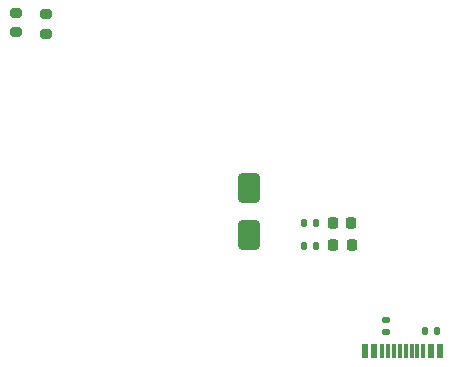
<source format=gbr>
%TF.GenerationSoftware,KiCad,Pcbnew,8.0.7-8.0.7-0~ubuntu22.04.1*%
%TF.CreationDate,2025-01-12T20:07:59+01:00*%
%TF.ProjectId,debug_can_usb,64656275-675f-4636-916e-5f7573622e6b,rev?*%
%TF.SameCoordinates,Original*%
%TF.FileFunction,Paste,Top*%
%TF.FilePolarity,Positive*%
%FSLAX46Y46*%
G04 Gerber Fmt 4.6, Leading zero omitted, Abs format (unit mm)*
G04 Created by KiCad (PCBNEW 8.0.7-8.0.7-0~ubuntu22.04.1) date 2025-01-12 20:07:59*
%MOMM*%
%LPD*%
G01*
G04 APERTURE LIST*
G04 Aperture macros list*
%AMRoundRect*
0 Rectangle with rounded corners*
0 $1 Rounding radius*
0 $2 $3 $4 $5 $6 $7 $8 $9 X,Y pos of 4 corners*
0 Add a 4 corners polygon primitive as box body*
4,1,4,$2,$3,$4,$5,$6,$7,$8,$9,$2,$3,0*
0 Add four circle primitives for the rounded corners*
1,1,$1+$1,$2,$3*
1,1,$1+$1,$4,$5*
1,1,$1+$1,$6,$7*
1,1,$1+$1,$8,$9*
0 Add four rect primitives between the rounded corners*
20,1,$1+$1,$2,$3,$4,$5,0*
20,1,$1+$1,$4,$5,$6,$7,0*
20,1,$1+$1,$6,$7,$8,$9,0*
20,1,$1+$1,$8,$9,$2,$3,0*%
G04 Aperture macros list end*
%ADD10RoundRect,0.200000X-0.275000X0.200000X-0.275000X-0.200000X0.275000X-0.200000X0.275000X0.200000X0*%
%ADD11RoundRect,0.218750X0.218750X0.256250X-0.218750X0.256250X-0.218750X-0.256250X0.218750X-0.256250X0*%
%ADD12RoundRect,0.135000X-0.135000X-0.185000X0.135000X-0.185000X0.135000X0.185000X-0.135000X0.185000X0*%
%ADD13RoundRect,0.250000X-0.650000X1.000000X-0.650000X-1.000000X0.650000X-1.000000X0.650000X1.000000X0*%
%ADD14RoundRect,0.135000X-0.185000X0.135000X-0.185000X-0.135000X0.185000X-0.135000X0.185000X0.135000X0*%
%ADD15R,0.600000X1.240000*%
%ADD16R,0.300000X1.240000*%
%ADD17RoundRect,0.135000X0.135000X0.185000X-0.135000X0.185000X-0.135000X-0.185000X0.135000X-0.185000X0*%
G04 APERTURE END LIST*
D10*
%TO.C,R2*%
X135820000Y-65965001D03*
X135820000Y-67615001D03*
%TD*%
D11*
%TO.C,D1*%
X161697502Y-85490001D03*
X160122500Y-85490001D03*
%TD*%
D12*
%TO.C,R1*%
X157700001Y-85590001D03*
X158720001Y-85590001D03*
%TD*%
D13*
%TO.C,D3*%
X153020000Y-80690000D03*
X153020000Y-84690002D03*
%TD*%
D14*
%TO.C,R5*%
X164620000Y-91880002D03*
X164620000Y-92900000D03*
%TD*%
D10*
%TO.C,R3*%
X133320000Y-65865001D03*
X133320000Y-67515001D03*
%TD*%
D15*
%TO.C,J5*%
X162820000Y-94480001D03*
X163620000Y-94480001D03*
D16*
X164770000Y-94480001D03*
X165770000Y-94480001D03*
X166270000Y-94480001D03*
X167270000Y-94480001D03*
D15*
X168420000Y-94480001D03*
X169220000Y-94480001D03*
X169220000Y-94480001D03*
X168420000Y-94480001D03*
D16*
X167770000Y-94480001D03*
X166770000Y-94480001D03*
X165270000Y-94480001D03*
X164270000Y-94480001D03*
D15*
X163620000Y-94480001D03*
X162820000Y-94480001D03*
%TD*%
D11*
%TO.C,D2*%
X161685003Y-83690001D03*
X160110001Y-83690001D03*
%TD*%
D17*
%TO.C,R4*%
X168929999Y-92790001D03*
X167910001Y-92790001D03*
%TD*%
%TO.C,R6*%
X158720000Y-83690001D03*
X157700002Y-83690001D03*
%TD*%
M02*

</source>
